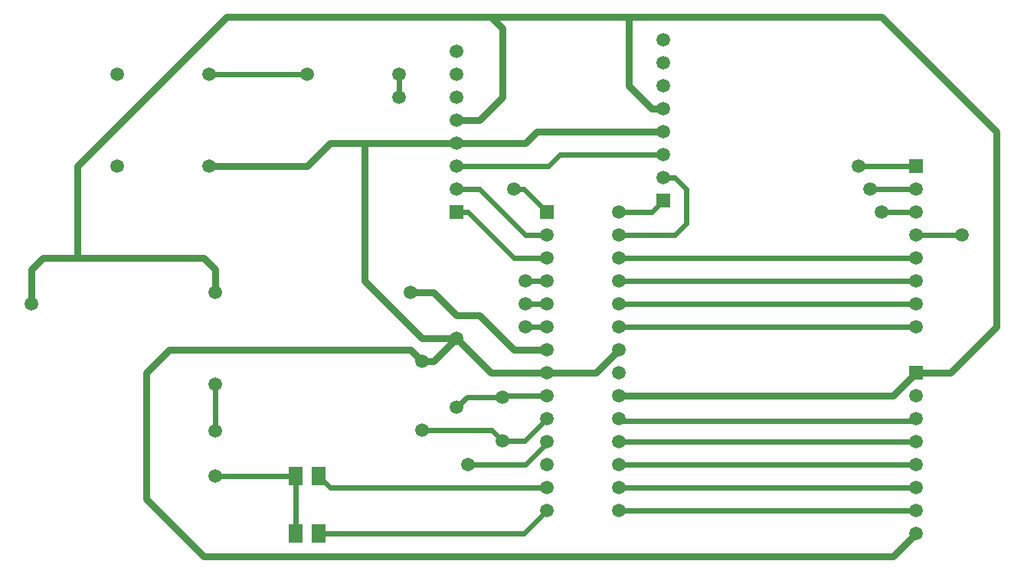
<source format=gbr>
G04 EasyPC Gerber Version 21.0.3 Build 4286 *
G04 #@! TF.Part,Single*
G04 #@! TF.FileFunction,Copper,L2,Bot *
G04 #@! TF.FilePolarity,Positive *
%FSLAX35Y35*%
%MOIN*%
G04 #@! TA.AperFunction,ComponentPad*
%ADD85R,0.05906X0.08000*%
%ADD83R,0.05906X0.05906*%
G04 #@! TD.AperFunction*
%ADD79C,0.02362*%
%ADD20C,0.03150*%
G04 #@! TA.AperFunction,ComponentPad*
%ADD84C,0.05906*%
X0Y0D02*
D02*
D20*
X86707Y158596D02*
Y198596D01*
X151707Y263596*
X266707*
X86707Y158596D02*
X71707D01*
X66707Y153596*
Y138596*
X146707Y143596D02*
Y153596D01*
X141707Y158596*
X86707*
X231707Y143596D02*
X241707D01*
X251707Y133596*
X261707*
X276707Y118596*
X291081*
X236707Y113596D02*
X241707D01*
X251707Y123596*
X266707Y108596*
X291081*
X251707Y208596D02*
X281707D01*
X286707Y213596*
X341707*
X251707Y208596D02*
X211707D01*
Y148596*
X236707Y123596*
X251707*
Y208596D02*
X196707D01*
X186707Y198596*
X144266*
X266707Y263596D02*
X326707D01*
X266707D02*
X271707Y258596D01*
Y228596*
X261707Y218596*
X251707*
X291081Y108596D02*
X312333D01*
X322333Y118596*
Y98596D02*
X441707D01*
X451707Y108596*
X341707Y223596D02*
X336707D01*
X326707Y233596*
Y263596*
X451707Y38596D02*
X441707Y28596D01*
X141707*
X116707Y53596*
Y108596*
X126707Y118596*
X231707*
X236707Y113596*
X451707Y108596D02*
X466707D01*
X486707Y128596*
Y213596*
X436707Y263596*
X326707*
D02*
D79*
X144266Y238596D02*
X186707D01*
X146707Y63754D02*
X181549D01*
X181707Y63596*
X146707Y103596D02*
Y83439D01*
X181707Y63596D02*
Y38596D01*
X191707D02*
X281081D01*
X291081Y48596*
X191707Y63596D02*
X196707Y58596D01*
X291081*
X226707Y238596D02*
Y228596D01*
X236707Y83596D02*
X267100D01*
X271707Y78990*
X251707Y178596D02*
X256707D01*
X276707Y158596*
X291081*
X251707Y188596D02*
X261707D01*
X281707Y168596*
X291081*
X251707Y198596D02*
X291707D01*
X296707Y203596*
X341707*
X271707Y78990D02*
X281474D01*
X291081Y88596*
X271707Y98203D02*
X256313D01*
X251707Y93596*
X276707Y188596D02*
X281081D01*
X291081Y178596*
X281707Y128596D02*
X291081D01*
X281707Y138596D02*
X291081D01*
X281707Y148596D02*
X289207D01*
X290707Y150096*
Y148596*
X291081*
Y78596D02*
Y77970D01*
X281707Y68596*
X256707*
X291081Y98596D02*
X272100D01*
X271707Y98203*
X322333Y48596D02*
X451707D01*
X322333Y58596D02*
X451707D01*
X322333Y68596D02*
X451707D01*
X322333Y78596D02*
X451707D01*
X322333Y88596D02*
X322377Y87617D01*
X450727*
X451707Y88596*
X322333Y128596D02*
X451707D01*
X322333Y138596D02*
X451707D01*
X322333Y148596D02*
X451707D01*
X322333Y158596D02*
X451707D01*
X322333Y168596D02*
X346707D01*
X351707Y173596*
Y188596*
X346707Y193596*
X341707*
X322333Y168596D02*
Y169222D01*
Y178596D02*
X336707D01*
X341707Y183596*
X426707Y198596D02*
X451707D01*
X431707Y188596D02*
X451707D01*
Y168596D02*
X471707D01*
X451707Y178596D02*
X436707D01*
D02*
D83*
X251707D03*
X291081D03*
X341707Y183596D03*
X451707Y108596D03*
Y198596D03*
D02*
D84*
X66707Y138596D03*
X104266Y198596D03*
Y238596D03*
X144266Y198596D03*
Y238596D03*
X146707Y63754D03*
Y83439D03*
Y103596D03*
Y143596D03*
X186707Y238596D03*
X226707Y228596D03*
Y238596D03*
X231707Y143596D03*
X236707Y83596D03*
Y113596D03*
X251707Y93596D03*
Y123596D03*
Y188596D03*
Y198596D03*
Y208596D03*
Y218596D03*
Y228596D03*
Y238596D03*
Y248596D03*
X256707Y68596D03*
X271707Y78990D03*
Y98203D03*
X276707Y188596D03*
X281707Y128596D03*
Y138596D03*
Y148596D03*
X291081Y48596D03*
Y58596D03*
Y68596D03*
Y78596D03*
Y88596D03*
Y98596D03*
Y108596D03*
Y118596D03*
Y128596D03*
Y138596D03*
Y148596D03*
Y158596D03*
Y168596D03*
X322333Y48596D03*
Y58596D03*
Y68596D03*
Y78596D03*
Y88596D03*
Y98596D03*
Y108596D03*
Y118596D03*
Y128596D03*
Y138596D03*
Y148596D03*
Y158596D03*
Y168596D03*
Y178596D03*
X341707Y193596D03*
Y203596D03*
Y213596D03*
Y223596D03*
Y233596D03*
Y243596D03*
Y253596D03*
X426707Y198596D03*
X431707Y188596D03*
X436707Y178596D03*
X451707Y38596D03*
Y48596D03*
Y58596D03*
Y68596D03*
Y78596D03*
Y88596D03*
Y98596D03*
Y128596D03*
Y138596D03*
Y148596D03*
Y158596D03*
Y168596D03*
Y178596D03*
Y188596D03*
X471707Y168596D03*
D02*
D85*
X181707Y38596D03*
Y63596D03*
X191707Y38596D03*
Y63596D03*
X0Y0D02*
M02*

</source>
